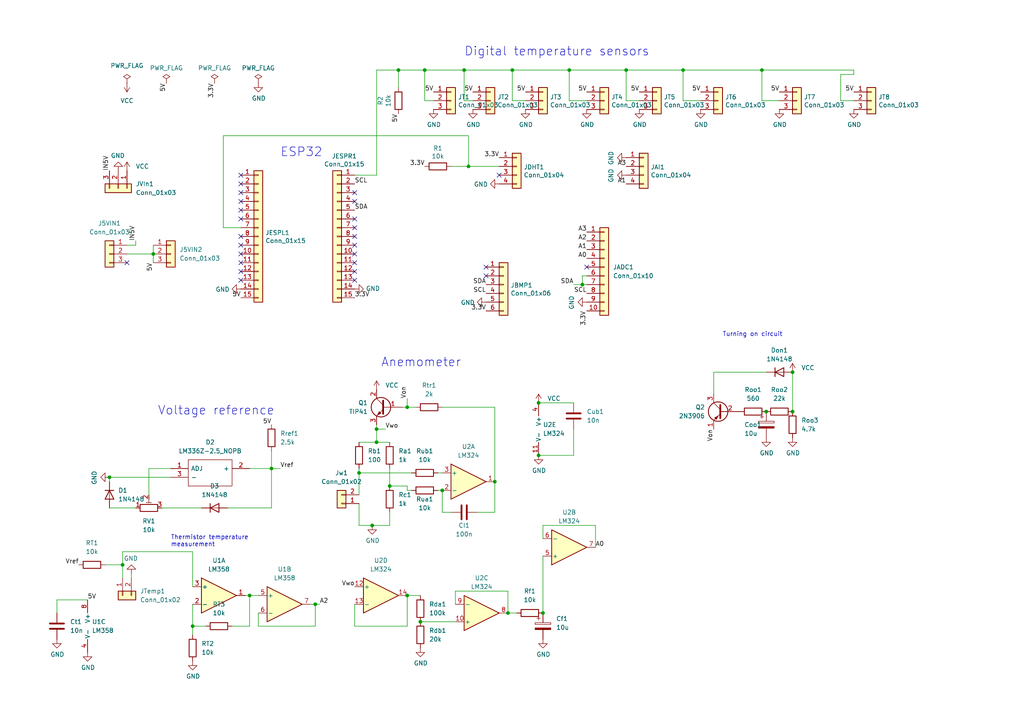
<source format=kicad_sch>
(kicad_sch (version 20211123) (generator eeschema)
  (paper "A4")
  (lib_symbols
    (symbol "Amplifier_Operational:LM324" (pin_names (offset 0.127))
      (property "Reference" "U" (at 0 5.08 0))
      (property "Value" "LM324" (at 0 -5.08 0))
      (symbol "LM324_1_1"
        (polyline (pts (xy -5.08 5.08) (xy 5.08 0) (xy -5.08 -5.08) (xy -5.08 5.08)) (stroke (width 0.254)) (fill (type background)))
        (pin output line (at 7.62 0 180) (length 2.54) (name "~") (number "1"))
        (pin input line (at -7.62 -2.54 0) (length 2.54) (name "-") (number "2"))
        (pin input line (at -7.62 2.54 0) (length 2.54) (name "+") (number "3"))
      )
      (symbol "LM324_2_1"
        (polyline (pts (xy -5.08 5.08) (xy 5.08 0) (xy -5.08 -5.08) (xy -5.08 5.08)) (stroke (width 0.254)) (fill (type background)))
        (pin input line (at -7.62 2.54 0) (length 2.54) (name "+") (number "5"))
        (pin input line (at -7.62 -2.54 0) (length 2.54) (name "-") (number "6"))
        (pin output line (at 7.62 0 180) (length 2.54) (name "~") (number "7"))
      )
      (symbol "LM324_3_1"
        (polyline (pts (xy -5.08 5.08) (xy 5.08 0) (xy -5.08 -5.08) (xy -5.08 5.08)) (stroke (width 0.254)) (fill (type background)))
        (pin input line (at -7.62 2.54 0) (length 2.54) (name "+") (number "10"))
        (pin output line (at 7.62 0 180) (length 2.54) (name "~") (number "8"))
        (pin input line (at -7.62 -2.54 0) (length 2.54) (name "-") (number "9"))
      )
      (symbol "LM324_4_1"
        (polyline (pts (xy -5.08 5.08) (xy 5.08 0) (xy -5.08 -5.08) (xy -5.08 5.08)) (stroke (width 0.254)) (fill (type background)))
        (pin input line (at -7.62 2.54 0) (length 2.54) (name "+") (number "12"))
        (pin input line (at -7.62 -2.54 0) (length 2.54) (name "-") (number "13"))
        (pin output line (at 7.62 0 180) (length 2.54) (name "~") (number "14"))
      )
      (symbol "LM324_5_1"
        (pin power_in line (at -2.54 -7.62 90) (length 3.81) (name "V-") (number "11"))
        (pin power_in line (at -2.54 7.62 270) (length 3.81) (name "V+") (number "4"))
      )
    )
    (symbol "Amplifier_Operational:LM358" (pin_names (offset 0.127))
      (property "Reference" "U" (at 0 5.08 0))
      (property "Value" "LM358" (at 0 -5.08 0))
      (symbol "LM358_1_1"
        (polyline (pts (xy -5.08 5.08) (xy 5.08 0) (xy -5.08 -5.08) (xy -5.08 5.08)) (stroke (width 0.254)) (fill (type background)))
        (pin output line (at 7.62 0 180) (length 2.54) (name "~") (number "1"))
        (pin input line (at -7.62 -2.54 0) (length 2.54) (name "-") (number "2"))
        (pin input line (at -7.62 2.54 0) (length 2.54) (name "+") (number "3"))
      )
      (symbol "LM358_2_1"
        (polyline (pts (xy -5.08 5.08) (xy 5.08 0) (xy -5.08 -5.08) (xy -5.08 5.08)) (stroke (width 0.254)) (fill (type background)))
        (pin input line (at -7.62 2.54 0) (length 2.54) (name "+") (number "5"))
        (pin input line (at -7.62 -2.54 0) (length 2.54) (name "-") (number "6"))
        (pin output line (at 7.62 0 180) (length 2.54) (name "~") (number "7"))
      )
      (symbol "LM358_3_1"
        (pin power_in line (at -2.54 -7.62 90) (length 3.81) (name "V-") (number "4"))
        (pin power_in line (at -2.54 7.62 270) (length 3.81) (name "V+") (number "8"))
      )
    )
    (symbol "Connector_Generic:Conn_01x02" (pin_names (offset 1.016) hide)
      (property "Reference" "J" (at 0 2.54 0))
      (property "Value" "Conn_01x02" (at 0 -5.08 0))
      (symbol "Conn_01x02_1_1"
        (rectangle (start -1.27 -2.413) (end 0 -2.667) (stroke (width 0.1524)))
        (rectangle (start -1.27 0.127) (end 0 -0.127) (stroke (width 0.1524)))
        (rectangle (start -1.27 1.27) (end 1.27 -3.81) (stroke (width 0.254)) (fill (type background)))
        (pin passive line (at -5.08 0 0) (length 3.81) (name "Pin_1") (number "1"))
        (pin passive line (at -5.08 -2.54 0) (length 3.81) (name "Pin_2") (number "2"))
      )
    )
    (symbol "Connector_Generic:Conn_01x03" (pin_names (offset 1.016) hide)
      (property "Reference" "J" (at 0 5.08 0))
      (property "Value" "Conn_01x03" (at 0 -5.08 0))
      (symbol "Conn_01x03_1_1"
        (rectangle (start -1.27 -2.413) (end 0 -2.667) (stroke (width 0.1524)))
        (rectangle (start -1.27 0.127) (end 0 -0.127) (stroke (width 0.1524)))
        (rectangle (start -1.27 2.667) (end 0 2.413) (stroke (width 0.1524)))
        (rectangle (start -1.27 3.81) (end 1.27 -3.81) (stroke (width 0.254)) (fill (type background)))
        (pin passive line (at -5.08 2.54 0) (length 3.81) (name "Pin_1") (number "1"))
        (pin passive line (at -5.08 0 0) (length 3.81) (name "Pin_2") (number "2"))
        (pin passive line (at -5.08 -2.54 0) (length 3.81) (name "Pin_3") (number "3"))
      )
    )
    (symbol "Connector_Generic:Conn_01x04" (pin_names (offset 1.016) hide)
      (property "Reference" "J" (at 0 5.08 0))
      (property "Value" "Conn_01x04" (at 0 -7.62 0))
      (symbol "Conn_01x04_1_1"
        (rectangle (start -1.27 -4.953) (end 0 -5.207) (stroke (width 0.1524)))
        (rectangle (start -1.27 -2.413) (end 0 -2.667) (stroke (width 0.1524)))
        (rectangle (start -1.27 0.127) (end 0 -0.127) (stroke (width 0.1524)))
        (rectangle (start -1.27 2.667) (end 0 2.413) (stroke (width 0.1524)))
        (rectangle (start -1.27 3.81) (end 1.27 -6.35) (stroke (width 0.254)) (fill (type background)))
        (pin passive line (at -5.08 2.54 0) (length 3.81) (name "Pin_1") (number "1"))
        (pin passive line (at -5.08 0 0) (length 3.81) (name "Pin_2") (number "2"))
        (pin passive line (at -5.08 -2.54 0) (length 3.81) (name "Pin_3") (number "3"))
        (pin passive line (at -5.08 -5.08 0) (length 3.81) (name "Pin_4") (number "4"))
      )
    )
    (symbol "Connector_Generic:Conn_01x06" (pin_names (offset 1.016) hide)
      (property "Reference" "J" (at 0 7.62 0))
      (property "Value" "Conn_01x06" (at 0 -10.16 0))
      (symbol "Conn_01x06_1_1"
        (rectangle (start -1.27 -7.493) (end 0 -7.747) (stroke (width 0.1524)))
        (rectangle (start -1.27 -4.953) (end 0 -5.207) (stroke (width 0.1524)))
        (rectangle (start -1.27 -2.413) (end 0 -2.667) (stroke (width 0.1524)))
        (rectangle (start -1.27 0.127) (end 0 -0.127) (stroke (width 0.1524)))
        (rectangle (start -1.27 2.667) (end 0 2.413) (stroke (width 0.1524)))
        (rectangle (start -1.27 5.207) (end 0 4.953) (stroke (width 0.1524)))
        (rectangle (start -1.27 6.35) (end 1.27 -8.89) (stroke (width 0.254)) (fill (type background)))
        (pin passive line (at -5.08 5.08 0) (length 3.81) (name "Pin_1") (number "1"))
        (pin passive line (at -5.08 2.54 0) (length 3.81) (name "Pin_2") (number "2"))
        (pin passive line (at -5.08 0 0) (length 3.81) (name "Pin_3") (number "3"))
        (pin passive line (at -5.08 -2.54 0) (length 3.81) (name "Pin_4") (number "4"))
        (pin passive line (at -5.08 -5.08 0) (length 3.81) (name "Pin_5") (number "5"))
        (pin passive line (at -5.08 -7.62 0) (length 3.81) (name "Pin_6") (number "6"))
      )
    )
    (symbol "Connector_Generic:Conn_01x10" (pin_names (offset 1.016) hide)
      (property "Reference" "J" (at 0 12.7 0))
      (property "Value" "Conn_01x10" (at 0 -15.24 0))
      (symbol "Conn_01x10_1_1"
        (rectangle (start -1.27 -12.573) (end 0 -12.827) (stroke (width 0.1524)))
        (rectangle (start -1.27 -10.033) (end 0 -10.287) (stroke (width 0.1524)))
        (rectangle (start -1.27 -7.493) (end 0 -7.747) (stroke (width 0.1524)))
        (rectangle (start -1.27 -4.953) (end 0 -5.207) (stroke (width 0.1524)))
        (rectangle (start -1.27 -2.413) (end 0 -2.667) (stroke (width 0.1524)))
        (rectangle (start -1.27 0.127) (end 0 -0.127) (stroke (width 0.1524)))
        (rectangle (start -1.27 2.667) (end 0 2.413) (stroke (width 0.1524)))
        (rectangle (start -1.27 5.207) (end 0 4.953) (stroke (width 0.1524)))
        (rectangle (start -1.27 7.747) (end 0 7.493) (stroke (width 0.1524)))
        (rectangle (start -1.27 10.287) (end 0 10.033) (stroke (width 0.1524)))
        (rectangle (start -1.27 11.43) (end 1.27 -13.97) (stroke (width 0.254)) (fill (type background)))
        (pin passive line (at -5.08 10.16 0) (length 3.81) (name "Pin_1") (number "1"))
        (pin passive line (at -5.08 -12.7 0) (length 3.81) (name "Pin_10") (number "10"))
        (pin passive line (at -5.08 7.62 0) (length 3.81) (name "Pin_2") (number "2"))
        (pin passive line (at -5.08 5.08 0) (length 3.81) (name "Pin_3") (number "3"))
        (pin passive line (at -5.08 2.54 0) (length 3.81) (name "Pin_4") (number "4"))
        (pin passive line (at -5.08 0 0) (length 3.81) (name "Pin_5") (number "5"))
        (pin passive line (at -5.08 -2.54 0) (length 3.81) (name "Pin_6") (number "6"))
        (pin passive line (at -5.08 -5.08 0) (length 3.81) (name "Pin_7") (number "7"))
        (pin passive line (at -5.08 -7.62 0) (length 3.81) (name "Pin_8") (number "8"))
        (pin passive line (at -5.08 -10.16 0) (length 3.81) (name "Pin_9") (number "9"))
      )
    )
    (symbol "Connector_Generic:Conn_01x15" (pin_names (offset 1.016) hide)
      (property "Reference" "J" (at 0 20.32 0))
      (property "Value" "Conn_01x15" (at 0 -20.32 0))
      (symbol "Conn_01x15_1_1"
        (rectangle (start -1.27 -17.653) (end 0 -17.907) (stroke (width 0.1524)))
        (rectangle (start -1.27 -15.113) (end 0 -15.367) (stroke (width 0.1524)))
        (rectangle (start -1.27 -12.573) (end 0 -12.827) (stroke (width 0.1524)))
        (rectangle (start -1.27 -10.033) (end 0 -10.287) (stroke (width 0.1524)))
        (rectangle (start -1.27 -7.493) (end 0 -7.747) (stroke (width 0.1524)))
        (rectangle (start -1.27 -4.953) (end 0 -5.207) (stroke (width 0.1524)))
        (rectangle (start -1.27 -2.413) (end 0 -2.667) (stroke (width 0.1524)))
        (rectangle (start -1.27 0.127) (end 0 -0.127) (stroke (width 0.1524)))
        (rectangle (start -1.27 2.667) (end 0 2.413) (stroke (width 0.1524)))
        (rectangle (start -1.27 5.207) (end 0 4.953) (stroke (width 0.1524)))
        (rectangle (start -1.27 7.747) (end 0 7.493) (stroke (width 0.1524)))
        (rectangle (start -1.27 10.287) (end 0 10.033) (stroke (width 0.1524)))
        (rectangle (start -1.27 12.827) (end 0 12.573) (stroke (width 0.1524)))
        (rectangle (start -1.27 15.367) (end 0 15.113) (stroke (width 0.1524)))
        (rectangle (start -1.27 17.907) (end 0 17.653) (stroke (width 0.1524)))
        (rectangle (start -1.27 19.05) (end 1.27 -19.05) (stroke (width 0.254)) (fill (type background)))
        (pin passive line (at -5.08 17.78 0) (length 3.81) (name "Pin_1") (number "1"))
        (pin passive line (at -5.08 -5.08 0) (length 3.81) (name "Pin_10") (number "10"))
        (pin passive line (at -5.08 -7.62 0) (length 3.81) (name "Pin_11") (number "11"))
        (pin passive line (at -5.08 -10.16 0) (length 3.81) (name "Pin_12") (number "12"))
        (pin passive line (at -5.08 -12.7 0) (length 3.81) (name "Pin_13") (number "13"))
        (pin passive line (at -5.08 -15.24 0) (length 3.81) (name "Pin_14") (number "14"))
        (pin passive line (at -5.08 -17.78 0) (length 3.81) (name "Pin_15") (number "15"))
        (pin passive line (at -5.08 15.24 0) (length 3.81) (name "Pin_2") (number "2"))
        (pin passive line (at -5.08 12.7 0) (length 3.81) (name "Pin_3") (number "3"))
        (pin passive line (at -5.08 10.16 0) (length 3.81) (name "Pin_4") (number "4"))
        (pin passive line (at -5.08 7.62 0) (length 3.81) (name "Pin_5") (number "5"))
        (pin passive line (at -5.08 5.08 0) (length 3.81) (name "Pin_6") (number "6"))
        (pin passive line (at -5.08 2.54 0) (length 3.81) (name "Pin_7") (number "7"))
        (pin passive line (at -5.08 0 0) (length 3.81) (name "Pin_8") (number "8"))
        (pin passive line (at -5.08 -2.54 0) (length 3.81) (name "Pin_9") (number "9"))
      )
    )
    (symbol "Device:C" (pin_numbers hide) (pin_names (offset 0.254))
      (property "Reference" "C" (at 0.635 2.54 0))
      (property "Value" "C" (at 0.635 -2.54 0))
      (symbol "C_0_1"
        (polyline (pts (xy -2.032 -0.762) (xy 2.032 -0.762)) (stroke (width 0.508)))
        (polyline (pts (xy -2.032 0.762) (xy 2.032 0.762)) (stroke (width 0.508)))
      )
      (symbol "C_1_1"
        (pin passive line (at 0 3.81 270) (length 2.794) (name "~") (number "1"))
        (pin passive line (at 0 -3.81 90) (length 2.794) (name "~") (number "2"))
      )
    )
    (symbol "Device:C_Polarized" (pin_numbers hide) (pin_names (offset 0.254))
      (property "Reference" "C" (at 0.635 2.54 0))
      (property "Value" "C_Polarized" (at 0.635 -2.54 0))
      (symbol "C_Polarized_0_1"
        (rectangle (start -2.286 0.508) (end 2.286 1.016))
        (polyline (pts (xy -1.778 2.286) (xy -0.762 2.286)))
        (polyline (pts (xy -1.27 2.794) (xy -1.27 1.778)))
        (rectangle (start 2.286 -0.508) (end -2.286 -1.016) (fill (type outline)))
      )
      (symbol "C_Polarized_1_1"
        (pin passive line (at 0 3.81 270) (length 2.794) (name "~") (number "1"))
        (pin passive line (at 0 -3.81 90) (length 2.794) (name "~") (number "2"))
      )
    )
    (symbol "Device:R" (pin_numbers hide) (pin_names (offset 0))
      (property "Reference" "R" (at 2.032 0 90))
      (property "Value" "R" (at 0 0 90))
      (symbol "R_0_1"
        (rectangle (start -1.016 -2.54) (end 1.016 2.54) (stroke (width 0.254)))
      )
      (symbol "R_1_1"
        (pin passive line (at 0 3.81 270) (length 1.27) (name "~") (number "1"))
        (pin passive line (at 0 -3.81 90) (length 1.27) (name "~") (number "2"))
      )
    )
    (symbol "Device:R_Potentiometer_Trim" (pin_names (offset 1.016) hide)
      (property "Reference" "RV" (at -4.445 0 90))
      (property "Value" "R_Potentiometer_Trim" (at -2.54 0 90))
      (symbol "R_Potentiometer_Trim_0_1"
        (polyline (pts (xy 1.524 0.762) (xy 1.524 -0.762)))
        (polyline (pts (xy 2.54 0) (xy 1.524 0)))
        (rectangle (start 1.016 2.54) (end -1.016 -2.54) (stroke (width 0.254)))
      )
      (symbol "R_Potentiometer_Trim_1_1"
        (pin passive line (at 0 3.81 270) (length 1.27) (name "1") (number "1"))
        (pin passive line (at 3.81 0 180) (length 1.27) (name "2") (number "2"))
        (pin passive line (at 0 -3.81 90) (length 1.27) (name "3") (number "3"))
      )
    )
    (symbol "Diode:1N4148" (pin_numbers hide) (pin_names hide)
      (property "Reference" "D" (at 0 2.54 0))
      (property "Value" "1N4148" (at 0 -2.54 0))
      (symbol "1N4148_0_1"
        (polyline (pts (xy -1.27 1.27) (xy -1.27 -1.27)) (stroke (width 0.254)))
        (polyline (pts (xy 1.27 0) (xy -1.27 0)))
        (polyline (pts (xy 1.27 1.27) (xy 1.27 -1.27) (xy -1.27 0) (xy 1.27 1.27)) (stroke (width 0.254)))
      )
      (symbol "1N4148_1_1"
        (pin passive line (at -3.81 0 0) (length 2.54) (name "K") (number "1"))
        (pin passive line (at 3.81 0 180) (length 2.54) (name "A") (number "2"))
      )
    )
    (symbol "LM336Z-2.5_NOPB:LM336Z-2.5_NOPB" (pin_names (offset 0.762))
      (property "Reference" "D" (at 19.05 7.62 0))
      (property "Value" "LM336Z-2.5_NOPB" (at 19.05 5.08 0))
      (symbol "LM336Z-2.5_NOPB_0_0"
        (pin passive line (at 0 0 0) (length 5.08) (name "ADJ") (number "1"))
        (pin passive line (at 22.86 0 180) (length 5.08) (name "+") (number "2"))
        (pin passive line (at 0 -2.54 0) (length 5.08) (name "-") (number "3"))
      )
      (symbol "LM336Z-2.5_NOPB_0_1"
        (polyline (pts (xy 5.08 2.54) (xy 17.78 2.54) (xy 17.78 -5.08) (xy 5.08 -5.08) (xy 5.08 2.54)) (stroke (width 0.1524)))
      )
    )
    (symbol "Transistor_BJT:2N3906" (pin_names (offset 0) hide)
      (property "Reference" "Q" (at 5.08 1.905 0))
      (property "Value" "2N3906" (at 5.08 0 0))
      (symbol "2N3906_0_1"
        (polyline (pts (xy 0.635 0.635) (xy 2.54 2.54)))
        (polyline (pts (xy 0.635 -0.635) (xy 2.54 -2.54) (xy 2.54 -2.54)))
        (polyline (pts (xy 0.635 1.905) (xy 0.635 -1.905) (xy 0.635 -1.905)) (stroke (width 0.508)))
        (polyline (pts (xy 2.286 -1.778) (xy 1.778 -2.286) (xy 1.27 -1.27) (xy 2.286 -1.778) (xy 2.286 -1.778)) (fill (type outline)))
        (circle (center 1.27 0) (radius 2.8194) (stroke (width 0.254)))
      )
      (symbol "2N3906_1_1"
        (pin passive line (at 2.54 -5.08 90) (length 2.54) (name "E") (number "1"))
        (pin input line (at -5.08 0 0) (length 5.715) (name "B") (number "2"))
        (pin passive line (at 2.54 5.08 270) (length 2.54) (name "C") (number "3"))
      )
    )
    (symbol "Transistor_BJT:TIP41" (pin_names (offset 0) hide)
      (property "Reference" "Q" (at 6.35 1.905 0))
      (property "Value" "TIP41" (at 6.35 0 0))
      (symbol "TIP41_0_1"
        (polyline (pts (xy 0.635 0.635) (xy 2.54 2.54)))
        (polyline (pts (xy 0.635 -0.635) (xy 2.54 -2.54) (xy 2.54 -2.54)))
        (polyline (pts (xy 0.635 1.905) (xy 0.635 -1.905) (xy 0.635 -1.905)) (stroke (width 0.508)))
        (polyline (pts (xy 1.27 -1.778) (xy 1.778 -1.27) (xy 2.286 -2.286) (xy 1.27 -1.778) (xy 1.27 -1.778)) (fill (type outline)))
        (circle (center 1.27 0) (radius 2.8194) (stroke (width 0.254)))
      )
      (symbol "TIP41_1_1"
        (pin input line (at -5.08 0 0) (length 5.715) (name "B") (number "1"))
        (pin passive line (at 2.54 5.08 270) (length 2.54) (name "C") (number "2"))
        (pin passive line (at 2.54 -5.08 90) (length 2.54) (name "E") (number "3"))
      )
    )
    (symbol "power:GND" (power) (pin_names (offset 0))
      (property "Value" "GND" (at 0 -3.81 0))
      (symbol "GND_0_1"
        (polyline (pts (xy 0 0) (xy 0 -1.27) (xy 1.27 -1.27) (xy 0 -2.54) (xy -1.27 -1.27) (xy 0 -1.27)))
      )
      (symbol "GND_1_1"
        (pin power_in line (at 0 0 270) (length 0) hide (name "GND") (number "1"))
      )
    )
    (symbol "power:PWR_FLAG" (power) (pin_numbers hide) (pin_names (offset 0) hide)
      (property "Value" "PWR_FLAG" (at 0 3.81 0))
      (symbol "PWR_FLAG_0_0"
        (pin power_out line (at 0 0 90) (length 0) (name "pwr") (number "1"))
      )
      (symbol "PWR_FLAG_0_1"
        (polyline (pts (xy 0 0) (xy 0 1.27) (xy -1.016 1.905) (xy 0 2.54) (xy 1.016 1.905) (xy 0 1.27)))
      )
    )
    (symbol "power:VCC" (power) (pin_names (offset 0))
      (property "Value" "VCC" (at 0 3.81 0))
      (symbol "VCC_0_1"
        (polyline (pts (xy -0.762 1.27) (xy 0 2.54)))
        (polyline (pts (xy 0 0) (xy 0 2.54)))
        (polyline (pts (xy 0 2.54) (xy 0.762 1.27)))
      )
      (symbol "VCC_1_1"
        (pin power_in line (at 0 0 90) (length 0) hide (name "VCC") (number "1"))
      )
    )
  )
  (junction (at 118.11 118.11))
  (junction (at 168.91 82.55))
  (junction (at 156.21 132.08))
  (junction (at 222.25 119.38))
  (junction (at 147.32 177.8))
  (junction (at 55.88 181.61))
  (junction (at 118.11 172.72))
  (junction (at 78.74 135.89))
  (junction (at 220.98 20.32))
  (junction (at 181.61 20.32))
  (junction (at 31.75 138.43))
  (junction (at 35.56 163.83))
  (junction (at 109.22 124.46))
  (junction (at 44.45 73.66))
  (junction (at 135.89 48.26))
  (junction (at 128.27 142.24))
  (junction (at 109.22 128.27))
  (junction (at 123.19 20.32))
  (junction (at 104.14 137.16))
  (junction (at 113.03 140.97))
  (junction (at 107.95 152.4))
  (junction (at 91.44 175.26))
  (junction (at 134.62 20.32))
  (junction (at 229.87 119.38))
  (junction (at 165.1 20.32))
  (junction (at 156.21 116.84))
  (junction (at 198.12 20.32))
  (junction (at 72.39 172.72))
  (junction (at 148.59 20.32))
  (junction (at 121.92 180.34))
  (junction (at 157.48 177.8))
  (junction (at 115.57 20.32))
  (junction (at 229.87 107.95))
  (junction (at 143.51 139.7))
  (no_connect (at 69.85 53.34))
  (no_connect (at 69.85 63.5))
  (no_connect (at 69.85 73.66))
  (no_connect (at 102.87 55.88))
  (no_connect (at 36.83 76.2))
  (no_connect (at 140.97 77.47))
  (no_connect (at 102.87 78.74))
  (no_connect (at 69.85 81.28))
  (no_connect (at 69.85 71.12))
  (no_connect (at 102.87 76.2))
  (no_connect (at 102.87 68.58))
  (no_connect (at 140.97 80.01))
  (no_connect (at 69.85 76.2))
  (no_connect (at 69.85 55.88))
  (no_connect (at 69.85 60.96))
  (no_connect (at 69.85 58.42))
  (no_connect (at 102.87 58.42))
  (no_connect (at 102.87 81.28))
  (no_connect (at 102.87 63.5))
  (no_connect (at 69.85 50.8))
  (no_connect (at 102.87 71.12))
  (no_connect (at 69.85 68.58))
  (no_connect (at 170.18 77.47))
  (no_connect (at 102.87 66.04))
  (no_connect (at 69.85 78.74))
  (no_connect (at 102.87 73.66))
  (no_connect (at 144.78 50.8))
  (wire (pts (xy 118.11 115.57) (xy 118.11 118.11)))
  (wire (pts (xy 143.51 148.59) (xy 143.51 139.7)))
  (wire (pts (xy 128.27 148.59) (xy 128.27 142.24)))
  (wire (pts (xy 121.92 180.34) (xy 132.08 180.34)))
  (wire (pts (xy 118.11 118.11) (xy 120.65 118.11)))
  (wire (pts (xy 115.57 20.32) (xy 123.19 20.32)))
  (wire (pts (xy 130.81 148.59) (xy 128.27 148.59)))
  (wire (pts (xy 148.59 29.21) (xy 148.59 20.32)))
  (wire (pts (xy 168.91 82.55) (xy 170.18 82.55)))
  (wire (pts (xy 109.22 124.46) (xy 111.76 124.46)))
  (wire (pts (xy 229.87 107.95) (xy 229.87 119.38)))
  (wire (pts (xy 55.88 160.02) (xy 55.88 170.18)))
  (wire (pts (xy 78.74 135.89) (xy 78.74 147.32)))
  (wire (pts (xy 118.11 140.97) (xy 113.03 140.97)))
  (wire (pts (xy 74.93 181.61) (xy 91.44 181.61)))
  (wire (pts (xy 125.73 29.21) (xy 123.19 29.21)))
  (wire (pts (xy 113.03 152.4) (xy 113.03 148.59)))
  (wire (pts (xy 55.88 181.61) (xy 55.88 184.15)))
  (wire (pts (xy 243.84 29.21) (xy 243.84 21.59)))
  (wire (pts (xy 170.18 29.21) (xy 165.1 29.21)))
  (wire (pts (xy 31.75 139.7) (xy 31.75 138.43)))
  (wire (pts (xy 135.89 39.37) (xy 64.77 39.37)))
  (wire (pts (xy 39.37 71.12) (xy 39.37 69.85)))
  (wire (pts (xy 185.42 29.21) (xy 181.61 29.21)))
  (wire (pts (xy 102.87 181.61) (xy 118.11 181.61)))
  (wire (pts (xy 30.48 163.83) (xy 35.56 163.83)))
  (wire (pts (xy 172.72 152.4) (xy 172.72 158.75)))
  (wire (pts (xy 152.4 29.21) (xy 148.59 29.21)))
  (wire (pts (xy 64.77 66.04) (xy 69.85 66.04)))
  (wire (pts (xy 55.88 175.26) (xy 55.88 181.61)))
  (wire (pts (xy 109.22 124.46) (xy 109.22 128.27)))
  (wire (pts (xy 104.14 152.4) (xy 107.95 152.4)))
  (wire (pts (xy 104.14 128.27) (xy 109.22 128.27)))
  (wire (pts (xy 38.1 166.37) (xy 38.1 167.64)))
  (wire (pts (xy 43.18 143.51) (xy 43.18 135.89)))
  (wire (pts (xy 46.99 147.32) (xy 58.42 147.32)))
  (wire (pts (xy 91.44 175.26) (xy 92.71 175.26)))
  (wire (pts (xy 168.91 80.01) (xy 168.91 82.55)))
  (wire (pts (xy 104.14 146.05) (xy 104.14 152.4)))
  (wire (pts (xy 31.75 147.32) (xy 39.37 147.32)))
  (wire (pts (xy 36.83 73.66) (xy 44.45 73.66)))
  (wire (pts (xy 165.1 29.21) (xy 165.1 20.32)))
  (wire (pts (xy 109.22 128.27) (xy 113.03 128.27)))
  (wire (pts (xy 44.45 71.12) (xy 44.45 73.66)))
  (wire (pts (xy 67.31 181.61) (xy 72.39 181.61)))
  (wire (pts (xy 143.51 139.7) (xy 143.51 118.11)))
  (wire (pts (xy 115.57 20.32) (xy 115.57 25.4)))
  (wire (pts (xy 181.61 20.32) (xy 198.12 20.32)))
  (wire (pts (xy 137.16 29.21) (xy 134.62 29.21)))
  (wire (pts (xy 113.03 135.89) (xy 113.03 140.97)))
  (wire (pts (xy 148.59 20.32) (xy 165.1 20.32)))
  (wire (pts (xy 118.11 172.72) (xy 121.92 172.72)))
  (wire (pts (xy 78.74 135.89) (xy 81.28 135.89)))
  (wire (pts (xy 207.01 107.95) (xy 222.25 107.95)))
  (wire (pts (xy 64.77 39.37) (xy 64.77 66.04)))
  (wire (pts (xy 35.56 163.83) (xy 35.56 160.02)))
  (wire (pts (xy 91.44 181.61) (xy 91.44 175.26)))
  (wire (pts (xy 170.18 80.01) (xy 168.91 80.01)))
  (wire (pts (xy 35.56 163.83) (xy 35.56 167.64)))
  (wire (pts (xy 118.11 142.24) (xy 118.11 140.97)))
  (wire (pts (xy 198.12 20.32) (xy 220.98 20.32)))
  (wire (pts (xy 119.38 142.24) (xy 118.11 142.24)))
  (wire (pts (xy 16.51 173.99) (xy 16.51 177.8)))
  (wire (pts (xy 147.32 177.8) (xy 149.86 177.8)))
  (wire (pts (xy 44.45 73.66) (xy 44.45 76.2)))
  (wire (pts (xy 135.89 48.26) (xy 135.89 39.37)))
  (wire (pts (xy 102.87 175.26) (xy 102.87 181.61)))
  (wire (pts (xy 134.62 20.32) (xy 148.59 20.32)))
  (wire (pts (xy 123.19 29.21) (xy 123.19 20.32)))
  (wire (pts (xy 72.39 172.72) (xy 74.93 172.72)))
  (wire (pts (xy 104.14 135.89) (xy 104.14 137.16)))
  (wire (pts (xy 165.1 20.32) (xy 181.61 20.32)))
  (wire (pts (xy 104.14 137.16) (xy 104.14 143.51)))
  (wire (pts (xy 90.17 175.26) (xy 91.44 175.26)))
  (wire (pts (xy 74.93 177.8) (xy 74.93 181.61)))
  (wire (pts (xy 247.65 21.59) (xy 247.65 20.32)))
  (wire (pts (xy 78.74 147.32) (xy 66.04 147.32)))
  (wire (pts (xy 247.65 29.21) (xy 243.84 29.21)))
  (wire (pts (xy 31.75 138.43) (xy 49.53 138.43)))
  (wire (pts (xy 157.48 156.21) (xy 157.48 152.4)))
  (wire (pts (xy 135.89 48.26) (xy 144.78 48.26)))
  (wire (pts (xy 134.62 29.21) (xy 134.62 20.32)))
  (wire (pts (xy 72.39 181.61) (xy 72.39 172.72)))
  (wire (pts (xy 109.22 50.8) (xy 102.87 50.8)))
  (wire (pts (xy 220.98 20.32) (xy 247.65 20.32)))
  (wire (pts (xy 157.48 152.4) (xy 172.72 152.4)))
  (wire (pts (xy 156.21 116.84) (xy 166.37 116.84)))
  (wire (pts (xy 147.32 171.45) (xy 147.32 177.8)))
  (wire (pts (xy 226.06 29.21) (xy 220.98 29.21)))
  (wire (pts (xy 109.22 20.32) (xy 109.22 50.8)))
  (wire (pts (xy 157.48 161.29) (xy 157.48 177.8)))
  (wire (pts (xy 130.81 48.26) (xy 135.89 48.26)))
  (wire (pts (xy 71.12 172.72) (xy 72.39 172.72)))
  (wire (pts (xy 123.19 20.32) (xy 134.62 20.32)))
  (wire (pts (xy 207.01 114.3) (xy 207.01 107.95)))
  (wire (pts (xy 127 137.16) (xy 128.27 137.16)))
  (wire (pts (xy 55.88 181.61) (xy 59.69 181.61)))
  (wire (pts (xy 138.43 148.59) (xy 143.51 148.59)))
  (wire (pts (xy 166.37 124.46) (xy 166.37 132.08)))
  (wire (pts (xy 36.83 71.12) (xy 39.37 71.12)))
  (wire (pts (xy 35.56 160.02) (xy 55.88 160.02)))
  (wire (pts (xy 107.95 152.4) (xy 113.03 152.4)))
  (wire (pts (xy 116.84 118.11) (xy 118.11 118.11)))
  (wire (pts (xy 16.51 173.99) (xy 25.4 173.99)))
  (wire (pts (xy 132.08 175.26) (xy 132.08 171.45)))
  (wire (pts (xy 220.98 29.21) (xy 220.98 20.32)))
  (wire (pts (xy 132.08 171.45) (xy 147.32 171.45)))
  (wire (pts (xy 109.22 20.32) (xy 115.57 20.32)))
  (wire (pts (xy 43.18 135.89) (xy 49.53 135.89)))
  (wire (pts (xy 118.11 181.61) (xy 118.11 172.72)))
  (wire (pts (xy 166.37 82.55) (xy 168.91 82.55)))
  (wire (pts (xy 181.61 29.21) (xy 181.61 20.32)))
  (wire (pts (xy 143.51 118.11) (xy 128.27 118.11)))
  (wire (pts (xy 72.39 135.89) (xy 78.74 135.89)))
  (wire (pts (xy 166.37 132.08) (xy 156.21 132.08)))
  (wire (pts (xy 127 142.24) (xy 128.27 142.24)))
  (wire (pts (xy 203.2 29.21) (xy 198.12 29.21)))
  (wire (pts (xy 104.14 137.16) (xy 119.38 137.16)))
  (wire (pts (xy 78.74 135.89) (xy 78.74 130.81)))
  (wire (pts (xy 243.84 21.59) (xy 247.65 21.59)))
  (wire (pts (xy 198.12 29.21) (xy 198.12 20.32)))
  (wire (pts (xy 109.22 123.19) (xy 109.22 124.46)))
  (text "ESP32" (at 81.28 45.72 0) (effects (font (size 2.54 2.54)) (justify left bottom)))
  (text "Thermistor temperature \nmeasurement" (at 49.53 158.75 0) (effects (font (size 1.27 1.27)) (justify left bottom)))
  (text "Digital temperature sensors" (at 134.62 16.51 0) (effects (font (size 2.54 2.54)) (justify left bottom)))
  (text "Turning on circuit\n" (at 209.55 97.79 0) (effects (font (size 1.27 1.27)) (justify left bottom)))
  (text "Anemometer" (at 110.49 106.68 0) (effects (font (size 2.54 2.54)) (justify left bottom)))
  (text "Voltage reference" (at 45.72 120.65 0) (effects (font (size 2.54 2.54)) (justify left bottom)))
  (label "5V" (at 125.73 26.67 180))
  (label "A1" (at 181.61 53.34 180))
  (label "5V" (at 170.18 26.67 180))
  (label "5V" (at 247.65 26.67 180))
  (label "Vref" (at 22.86 163.83 180))
  (label "3.3V" (at 62.23 24.13 270))
  (label "5V" (at 152.4 26.67 180))
  (label "A0" (at 172.72 158.75 0))
  (label "3.3V" (at 144.78 45.72 180))
  (label "3.3V" (at 170.18 90.17 270))
  (label "A0" (at 170.18 74.93 180))
  (label "5V" (at 69.85 86.36 180))
  (label "Von" (at 207.01 124.46 270))
  (label "Vwo" (at 111.76 124.46 0))
  (label "SDA" (at 102.87 60.96 0))
  (label "IN5V" (at 39.37 69.85 90))
  (label "SCL" (at 140.97 85.09 180))
  (label "IN5V" (at 31.75 49.53 90))
  (label "5V" (at 78.74 123.19 180))
  (label "Von" (at 118.11 115.57 90))
  (label "A3" (at 170.18 67.31 180))
  (label "A2" (at 170.18 69.85 180))
  (label "SDA" (at 140.97 82.55 180))
  (label "5V" (at 137.16 26.67 180))
  (label "5V" (at 25.4 173.99 0))
  (label "Vref" (at 81.28 135.89 0))
  (label "5V" (at 185.42 26.67 180))
  (label "A1" (at 170.18 72.39 180))
  (label "5V" (at 115.57 33.02 270))
  (label "5V" (at 44.45 76.2 270))
  (label "3.3V" (at 140.97 90.17 180))
  (label "Vwo" (at 102.87 170.18 180))
  (label "3.3V" (at 102.87 86.36 0))
  (label "5V" (at 48.26 24.13 270))
  (label "SCL" (at 170.18 85.09 180))
  (label "SDA" (at 166.37 82.55 180))
  (label "A3" (at 181.61 48.26 180))
  (label "5V" (at 203.2 26.67 180))
  (label "3.3V" (at 123.19 48.26 180))
  (label "A2" (at 92.71 175.26 0))
  (label "SCL" (at 102.87 53.34 0))
  (label "5V" (at 226.06 26.67 180))
  (symbol (lib_id "Connector_Generic:Conn_01x15") (at 74.93 68.58 0) (unit 1)
    (property "Reference" "JESPL1" (at 76.962 67.5132 0) (effects (justify left)))
    (property "Value" "Conn_01x15" (at 76.962 69.8246 0) (effects (justify left)))
    (property "Footprint" "Connector_PinSocket_2.54mm:PinSocket_1x15_P2.54mm_Vertical" (effects hide))
  )
  (symbol (lib_id "Connector_Generic:Conn_01x15") (at 97.79 68.58 0) (mirror y) (unit 1)
    (property "Reference" "JESPR1" (at 99.8728 45.2882 0))
    (property "Value" "Conn_01x15" (at 99.8728 47.5996 0))
    (property "Footprint" "Connector_PinSocket_2.54mm:PinSocket_1x15_P2.54mm_Vertical" (effects hide))
  )
  (symbol (lib_id "Connector_Generic:Conn_01x04") (at 149.86 48.26 0) (unit 1)
    (property "Reference" "JDHT1" (at 151.892 48.4632 0) (effects (justify left)))
    (property "Value" "Conn_01x04" (at 151.892 50.7746 0) (effects (justify left)))
    (property "Footprint" "Connector_PinSocket_2.54mm:PinSocket_1x04_P2.54mm_Vertical" (effects hide))
  )
  (symbol (lib_id "Connector_Generic:Conn_01x06") (at 146.05 82.55 0) (unit 1)
    (property "Reference" "JBMP1" (at 148.082 82.7532 0) (effects (justify left)))
    (property "Value" "Conn_01x06" (at 148.082 85.0646 0) (effects (justify left)))
    (property "Footprint" "Connector_PinSocket_2.54mm:PinSocket_1x06_P2.54mm_Vertical" (effects hide))
  )
  (symbol (lib_id "Connector_Generic:Conn_01x03") (at 130.81 29.21 0) (unit 1)
    (property "Reference" "JT1" (at 132.842 28.1432 0) (effects (justify left)))
    (property "Value" "Conn_01x03" (at 132.842 30.4546 0) (effects (justify left)))
    (property "Footprint" "Connector_PinHeader_2.54mm:PinHeader_1x03_P2.54mm_Vertical" (effects hide))
  )
  (symbol (lib_id "Connector_Generic:Conn_01x03") (at 142.24 29.21 0) (unit 1)
    (property "Reference" "JT2" (at 144.272 28.1432 0) (effects (justify left)))
    (property "Value" "Conn_01x03" (at 144.272 30.4546 0) (effects (justify left)))
    (property "Footprint" "Connector_PinHeader_2.54mm:PinHeader_1x03_P2.54mm_Vertical" (effects hide))
  )
  (symbol (lib_id "Connector_Generic:Conn_01x03") (at 157.48 29.21 0) (unit 1)
    (property "Reference" "JT3" (at 159.512 28.1432 0) (effects (justify left)))
    (property "Value" "Conn_01x03" (at 159.512 30.4546 0) (effects (justify left)))
    (property "Footprint" "Connector_PinHeader_2.54mm:PinHeader_1x03_P2.54mm_Vertical" (effects hide))
  )
  (symbol (lib_id "Connector_Generic:Conn_01x03") (at 175.26 29.21 0) (unit 1)
    (property "Reference" "JT4" (at 177.292 28.1432 0) (effects (justify left)))
    (property "Value" "Conn_01x03" (at 177.292 30.4546 0) (effects (justify left)))
    (property "Footprint" "Connector_PinHeader_2.54mm:PinHeader_1x03_P2.54mm_Vertical" (effects hide))
  )
  (symbol (lib_id "Connector_Generic:Conn_01x03") (at 190.5 29.21 0) (unit 1)
    (property "Reference" "JT5" (at 192.532 28.1432 0) (effects (justify left)))
    (property "Value" "Conn_01x03" (at 192.532 30.4546 0) (effects (justify left)))
    (property "Footprint" "Connector_PinHeader_2.54mm:PinHeader_1x03_P2.54mm_Vertical" (effects hide))
  )
  (symbol (lib_id "Connector_Generic:Conn_01x03") (at 208.28 29.21 0) (unit 1)
    (property "Reference" "JT6" (at 210.312 28.1432 0) (effects (justify left)))
    (property "Value" "Conn_01x03" (at 210.312 30.4546 0) (effects (justify left)))
    (property "Footprint" "Connector_PinHeader_2.54mm:PinHeader_1x03_P2.54mm_Vertical" (effects hide))
  )
  (symbol (lib_id "power:PWR_FLAG") (at 48.26 24.13 0) (unit 1)
    (property "Reference" "#FLG0101" (effects hide))
    (property "Value" "PWR_FLAG" (at 48.26 19.7358 0))
  )
  (symbol (lib_id "power:PWR_FLAG") (at 62.23 24.13 0) (unit 1)
    (property "Reference" "#FLG0102" (effects hide))
    (property "Value" "PWR_FLAG" (at 62.23 19.7358 0))
  )
  (symbol (lib_id "power:GND") (at 74.93 24.13 0) (unit 1)
    (property "Reference" "#PWR0101" (effects hide))
    (property "Value" "GND" (at 75.057 28.5242 0))
  )
  (symbol (lib_id "power:PWR_FLAG") (at 74.93 24.13 0) (unit 1)
    (property "Reference" "#FLG0103" (effects hide))
    (property "Value" "PWR_FLAG" (at 74.93 19.7358 0))
  )
  (symbol (lib_id "power:GND") (at 69.85 83.82 270) (unit 1)
    (property "Reference" "#PWR0102" (effects hide))
    (property "Value" "GND" (at 66.5988 83.947 90) (effects (justify right)))
  )
  (symbol (lib_id "power:GND") (at 102.87 83.82 90) (unit 1)
    (property "Reference" "#PWR0103" (effects hide))
    (property "Value" "GND" (at 106.1212 83.693 90) (effects (justify right)))
  )
  (symbol (lib_id "power:GND") (at 140.97 87.63 270) (unit 1)
    (property "Reference" "#PWR0104" (effects hide))
    (property "Value" "GND" (at 137.7188 87.757 90) (effects (justify right)))
  )
  (symbol (lib_id "power:GND") (at 144.78 53.34 270) (unit 1)
    (property "Reference" "#PWR0105" (effects hide))
    (property "Value" "GND" (at 141.5288 53.467 90) (effects (justify right)))
  )
  (symbol (lib_id "Device:R") (at 127 48.26 270) (unit 1)
    (property "Reference" "R1" (at 127 43.0022 90))
    (property "Value" "10k" (at 127 45.3136 90))
    (property "Footprint" "Resistor_THT:R_Axial_DIN0207_L6.3mm_D2.5mm_P10.16mm_Horizontal" (effects hide))
  )
  (symbol (lib_id "power:GND") (at 125.73 31.75 0) (unit 1)
    (property "Reference" "#PWR0106" (effects hide))
    (property "Value" "GND" (at 125.857 36.1442 0))
  )
  (symbol (lib_id "power:GND") (at 137.16 31.75 0) (unit 1)
    (property "Reference" "#PWR0107" (effects hide))
    (property "Value" "GND" (at 137.287 36.1442 0))
  )
  (symbol (lib_id "power:GND") (at 152.4 31.75 0) (unit 1)
    (property "Reference" "#PWR0108" (effects hide))
    (property "Value" "GND" (at 152.527 36.1442 0))
  )
  (symbol (lib_id "power:GND") (at 170.18 31.75 0) (unit 1)
    (property "Reference" "#PWR0109" (effects hide))
    (property "Value" "GND" (at 170.307 36.1442 0))
  )
  (symbol (lib_id "power:GND") (at 185.42 31.75 0) (unit 1)
    (property "Reference" "#PWR0110" (effects hide))
    (property "Value" "GND" (at 185.547 36.1442 0))
  )
  (symbol (lib_id "power:GND") (at 203.2 31.75 0) (unit 1)
    (property "Reference" "#PWR0111" (effects hide))
    (property "Value" "GND" (at 203.327 36.1442 0))
  )
  (symbol (lib_id "Device:R") (at 115.57 29.21 0) (unit 1)
    (property "Reference" "R2" (at 110.3122 29.21 90))
    (property "Value" "10k" (at 112.6236 29.21 90))
    (property "Footprint" "Resistor_THT:R_Axial_DIN0207_L6.3mm_D2.5mm_P10.16mm_Horizontal" (effects hide))
  )
  (symbol (lib_id "power:GND") (at 181.61 50.8 270) (unit 1)
    (property "Reference" "#PWR0131" (effects hide))
    (property "Value" "GND" (at 177.2158 50.927 0))
  )
  (symbol (lib_id "Connector_Generic:Conn_01x03") (at 231.14 29.21 0) (unit 1)
    (property "Reference" "JT7" (at 233.172 28.1432 0) (effects (justify left)))
    (property "Value" "Conn_01x03" (at 233.172 30.4546 0) (effects (justify left)))
    (property "Footprint" "Connector_PinHeader_2.54mm:PinHeader_1x03_P2.54mm_Vertical" (effects hide))
  )
  (symbol (lib_id "Transistor_BJT:2N3906") (at 209.55 119.38 0) (mirror y) (unit 1)
    (property "Reference" "Q2" (at 204.47 118.1099 0) (effects (justify left)))
    (property "Value" "2N3906" (at 204.47 120.6499 0) (effects (justify left)))
    (property "Footprint" "Package_TO_SOT_THT:TO-92_Inline_Wide" (effects hide))
    (property "Datasheet" "https://www.onsemi.com/pub/Collateral/2N3906-D.PDF" (effects hide))
  )
  (symbol (lib_id "power:VCC") (at 36.83 24.13 180) (unit 1)
    (property "Reference" "#PWR0117" (effects hide))
    (property "Value" "VCC" (at 36.83 29.21 0))
  )
  (symbol (lib_id "power:VCC") (at 156.21 116.84 0) (unit 1)
    (property "Reference" "#PWR0128" (effects hide))
    (property "Value" "VCC" (at 158.75 115.5699 0) (effects (justify left)))
  )
  (symbol (lib_id "Device:C") (at 166.37 120.65 0) (unit 1)
    (property "Reference" "Cub1" (at 170.18 119.3799 0) (effects (justify left)))
    (property "Value" "10n" (at 170.18 121.9199 0) (effects (justify left)))
    (property "Footprint" "Capacitor_THT:C_Disc_D5.0mm_W2.5mm_P2.50mm" (effects hide))
  )
  (symbol (lib_id "power:GND") (at 55.88 191.77 0) (unit 1)
    (property "Reference" "#PWR0113" (effects hide))
    (property "Value" "GND" (at 56.007 196.1642 0))
  )
  (symbol (lib_id "Device:R") (at 26.67 163.83 90) (unit 1)
    (property "Reference" "RT1" (at 26.67 157.48 90))
    (property "Value" "10k" (at 26.67 160.02 90))
    (property "Footprint" "Resistor_THT:R_Axial_DIN0207_L6.3mm_D2.5mm_P10.16mm_Horizontal" (effects hide))
  )
  (symbol (lib_id "power:GND") (at 156.21 132.08 0) (unit 1)
    (property "Reference" "#PWR0124" (effects hide))
    (property "Value" "GND" (at 156.337 136.4742 0))
  )
  (symbol (lib_id "Device:R") (at 113.03 132.08 180) (unit 1)
    (property "Reference" "Ra1" (at 115.57 130.8099 0) (effects (justify right)))
    (property "Value" "1k" (at 115.57 133.3499 0) (effects (justify right)))
    (property "Footprint" "Resistor_THT:R_Axial_DIN0207_L6.3mm_D2.5mm_P10.16mm_Horizontal" (effects hide))
  )
  (symbol (lib_id "Amplifier_Operational:LM358") (at 63.5 172.72 0) (unit 1)
    (property "Reference" "U1" (at 63.5 162.56 0))
    (property "Value" "LM358" (at 63.5 165.1 0))
    (property "Footprint" "Package_DIP:DIP-8_W7.62mm_LongPads" (effects hide))
    (property "Datasheet" "http://www.ti.com/lit/ds/symlink/lm2904-n.pdf" (effects hide))
  )
  (symbol (lib_id "Transistor_BJT:TIP41") (at 111.76 118.11 0) (mirror y) (unit 1)
    (property "Reference" "Q1" (at 106.68 116.8399 0) (effects (justify left)))
    (property "Value" "TIP41" (at 106.68 119.3799 0) (effects (justify left)))
    (property "Footprint" "Package_TO_SOT_THT:TO-220-3_Horizontal_TabUp" (effects hide))
    (property "Datasheet" "https://www.centralsemi.com/get_document.php?cmp=1&mergetype=pd&mergepath=pd&pdf_id=tip41.PDF" (effects hide))
  )
  (symbol (lib_id "Amplifier_Operational:LM324") (at 110.49 172.72 0) (unit 4)
    (property "Reference" "U2" (at 110.49 162.56 0))
    (property "Value" "LM324" (at 110.49 165.1 0))
    (property "Footprint" "Package_DIP:DIP-14_W7.62mm_Socket_LongPads" (effects hide))
    (property "Datasheet" "http://www.ti.com/lit/ds/symlink/lm2902-n.pdf" (effects hide))
  )
  (symbol (lib_id "Device:R") (at 218.44 119.38 270) (unit 1)
    (property "Reference" "Roo1" (at 218.44 113.03 90))
    (property "Value" "560" (at 218.44 115.57 90))
    (property "Footprint" "Resistor_THT:R_Axial_DIN0207_L6.3mm_D2.5mm_P10.16mm_Horizontal" (effects hide))
  )
  (symbol (lib_id "Amplifier_Operational:LM324") (at 165.1 158.75 0) (mirror x) (unit 2)
    (property "Reference" "U2" (at 165.1 148.59 0))
    (property "Value" "LM324" (at 165.1 151.13 0))
    (property "Footprint" "Package_DIP:DIP-14_W7.62mm_Socket_LongPads" (effects hide))
    (property "Datasheet" "http://www.ti.com/lit/ds/symlink/lm2902-n.pdf" (effects hide))
  )
  (symbol (lib_id "Device:R") (at 104.14 132.08 180) (unit 1)
    (property "Reference" "Rb1" (at 106.68 130.8099 0) (effects (justify right)))
    (property "Value" "100" (at 106.68 133.3499 0) (effects (justify right)))
    (property "Footprint" "Resistor_THT:R_Axial_DIN0414_L11.9mm_D4.5mm_P15.24mm_Horizontal" (effects hide))
  )
  (symbol (lib_id "power:GND") (at 222.25 127 0) (unit 1)
    (property "Reference" "#PWR0127" (effects hide))
    (property "Value" "GND" (at 222.377 131.3942 0))
  )
  (symbol (lib_id "Diode:1N4148") (at 31.75 143.51 270) (unit 1)
    (property "Reference" "D1" (at 34.29 142.2399 90) (effects (justify left)))
    (property "Value" "1N4148" (at 34.29 144.7799 90) (effects (justify left)))
    (property "Footprint" "Diode_THT:D_DO-35_SOD27_P7.62mm_Horizontal" (effects hide))
    (property "Datasheet" "https://assets.nexperia.com/documents/data-sheet/1N4148_1N4448.pdf" (effects hide))
  )
  (symbol (lib_id "Amplifier_Operational:LM324") (at 158.75 124.46 0) (unit 5)
    (property "Reference" "U2" (at 157.48 123.1899 0) (effects (justify left)))
    (property "Value" "LM324" (at 157.48 125.7299 0) (effects (justify left)))
    (property "Footprint" "Package_DIP:DIP-14_W7.62mm_Socket_LongPads" (effects hide))
    (property "Datasheet" "http://www.ti.com/lit/ds/symlink/lm2902-n.pdf" (effects hide))
  )
  (symbol (lib_id "Device:R") (at 113.03 144.78 180) (unit 1)
    (property "Reference" "Rc1" (at 115.57 143.5099 0) (effects (justify right)))
    (property "Value" "1k" (at 115.57 146.0499 0) (effects (justify right)))
    (property "Footprint" "Resistor_THT:R_Axial_DIN0207_L6.3mm_D2.5mm_P10.16mm_Horizontal" (effects hide))
  )
  (symbol (lib_id "Amplifier_Operational:LM358") (at 27.94 181.61 0) (unit 3)
    (property "Reference" "U1" (at 26.67 180.3399 0) (effects (justify left)))
    (property "Value" "LM358" (at 26.67 182.8799 0) (effects (justify left)))
    (property "Footprint" "Package_DIP:DIP-8_W7.62mm_LongPads" (effects hide))
    (property "Datasheet" "http://www.ti.com/lit/ds/symlink/lm2904-n.pdf" (effects hide))
  )
  (symbol (lib_id "power:GND") (at 170.18 87.63 270) (unit 1)
    (property "Reference" "#PWR0112" (effects hide))
    (property "Value" "GND" (at 165.7858 87.757 0))
  )
  (symbol (lib_id "Device:R") (at 63.5 181.61 90) (unit 1)
    (property "Reference" "RT3" (at 63.5 175.26 90))
    (property "Value" "10k" (at 63.5 177.8 90))
    (property "Footprint" "Resistor_THT:R_Axial_DIN0207_L6.3mm_D2.5mm_P10.16mm_Horizontal" (effects hide))
  )
  (symbol (lib_id "Connector_Generic:Conn_01x03") (at 49.53 73.66 0) (unit 1)
    (property "Reference" "J5VIN2" (at 52.07 72.3899 0) (effects (justify left)))
    (property "Value" "Conn_01x03" (at 52.07 74.9299 0) (effects (justify left)))
    (property "Footprint" "Connector_PinSocket_2.54mm:PinSocket_1x03_P2.54mm_Vertical" (effects hide))
  )
  (symbol (lib_id "power:GND") (at 107.95 152.4 0) (unit 1)
    (property "Reference" "#PWR0122" (effects hide))
    (property "Value" "GND" (at 108.077 156.7942 0))
  )
  (symbol (lib_id "Connector_Generic:Conn_01x02") (at 99.06 146.05 180) (unit 1)
    (property "Reference" "Jw1" (at 99.06 137.16 0))
    (property "Value" "Conn_01x02" (at 99.06 139.7 0))
    (property "Footprint" "TerminalBlock:TerminalBlock_bornier-2_P5.08mm" (effects hide))
  )
  (symbol (lib_id "Device:R") (at 124.46 118.11 270) (unit 1)
    (property "Reference" "Rtr1" (at 124.46 111.76 90))
    (property "Value" "2k" (at 124.46 114.3 90))
    (property "Footprint" "Resistor_THT:R_Axial_DIN0207_L6.3mm_D2.5mm_P10.16mm_Horizontal" (effects hide))
  )
  (symbol (lib_id "power:VCC") (at 229.87 107.95 0) (unit 1)
    (property "Reference" "#PWR0129" (effects hide))
    (property "Value" "VCC" (at 232.41 106.6799 0) (effects (justify left)))
  )
  (symbol (lib_id "Connector_Generic:Conn_01x10") (at 175.26 77.47 0) (unit 1)
    (property "Reference" "JADC1" (at 177.8 77.4699 0) (effects (justify left)))
    (property "Value" "Conn_01x10" (at 177.8 80.0099 0) (effects (justify left)))
    (property "Footprint" "Connector_PinSocket_2.54mm:PinSocket_1x10_P2.54mm_Vertical" (effects hide))
  )
  (symbol (lib_id "power:GND") (at 226.06 31.75 0) (unit 1)
    (property "Reference" "#PWR0115" (effects hide))
    (property "Value" "GND" (at 226.187 36.1442 0))
  )
  (symbol (lib_id "Device:R") (at 123.19 137.16 270) (unit 1)
    (property "Reference" "Rub1" (at 123.19 130.81 90))
    (property "Value" "10k" (at 123.19 133.35 90))
    (property "Footprint" "Resistor_THT:R_Axial_DIN0207_L6.3mm_D2.5mm_P10.16mm_Horizontal" (effects hide))
  )
  (symbol (lib_id "Device:R") (at 55.88 187.96 180) (unit 1)
    (property "Reference" "RT2" (at 58.42 186.6899 0) (effects (justify right)))
    (property "Value" "10k" (at 58.42 189.2299 0) (effects (justify right)))
    (property "Footprint" "Resistor_THT:R_Axial_DIN0207_L6.3mm_D2.5mm_P10.16mm_Horizontal" (effects hide))
  )
  (symbol (lib_id "Diode:1N4148") (at 226.06 107.95 0) (unit 1)
    (property "Reference" "Don1" (at 226.06 101.6 0))
    (property "Value" "1N4148" (at 226.06 104.14 0))
    (property "Footprint" "Diode_THT:D_DO-35_SOD27_P7.62mm_Horizontal" (effects hide))
    (property "Datasheet" "https://assets.nexperia.com/documents/data-sheet/1N4148_1N4448.pdf" (effects hide))
  )
  (symbol (lib_id "Device:R") (at 121.92 176.53 180) (unit 1)
    (property "Reference" "Rda1" (at 124.46 175.2599 0) (effects (justify right)))
    (property "Value" "100k" (at 124.46 177.7999 0) (effects (justify right)))
    (property "Footprint" "Resistor_THT:R_Axial_DIN0207_L6.3mm_D2.5mm_P10.16mm_Horizontal" (effects hide))
  )
  (symbol (lib_id "power:GND") (at 181.61 45.72 270) (unit 1)
    (property "Reference" "#PWR0130" (effects hide))
    (property "Value" "GND" (at 177.2158 45.847 0))
  )
  (symbol (lib_id "Device:C_Polarized") (at 157.48 181.61 0) (unit 1)
    (property "Reference" "Cf1" (at 161.29 179.4509 0) (effects (justify left)))
    (property "Value" "10u" (at 161.29 181.9909 0) (effects (justify left)))
    (property "Footprint" "Capacitor_THT:CP_Radial_D5.0mm_P2.50mm" (effects hide))
  )
  (symbol (lib_id "power:GND") (at 25.4 189.23 0) (unit 1)
    (property "Reference" "#PWR0114" (effects hide))
    (property "Value" "GND" (at 25.527 193.6242 0))
  )
  (symbol (lib_id "Device:R") (at 121.92 184.15 180) (unit 1)
    (property "Reference" "Rdb1" (at 124.46 182.8799 0) (effects (justify right)))
    (property "Value" "20k" (at 124.46 185.4199 0) (effects (justify right)))
    (property "Footprint" "Resistor_THT:R_Axial_DIN0207_L6.3mm_D2.5mm_P10.16mm_Horizontal" (effects hide))
  )
  (symbol (lib_id "power:GND") (at 34.29 49.53 180) (unit 1)
    (property "Reference" "#PWR0118" (effects hide))
    (property "Value" "GND" (at 34.163 45.1358 0))
  )
  (symbol (lib_id "Device:C") (at 16.51 181.61 0) (unit 1)
    (property "Reference" "Ct1" (at 20.32 180.3399 0) (effects (justify left)))
    (property "Value" "10n" (at 20.32 182.8799 0) (effects (justify left)))
    (property "Footprint" "Capacitor_THT:C_Disc_D5.0mm_W2.5mm_P2.50mm" (effects hide))
  )
  (symbol (lib_id "Device:C") (at 134.62 148.59 90) (unit 1)
    (property "Reference" "CI1" (at 134.62 152.4 90))
    (property "Value" "100n" (at 134.62 154.94 90))
    (property "Footprint" "Capacitor_THT:C_Rect_L7.2mm_W3.5mm_P5.00mm_FKS2_FKP2_MKS2_MKP2" (effects hide))
  )
  (symbol (lib_id "LM336Z-2.5_NOPB:LM336Z-2.5_NOPB") (at 49.53 135.89 0) (unit 1)
    (property "Reference" "D2" (at 60.96 128.27 0))
    (property "Value" "LM336Z-2.5_NOPB" (at 60.96 130.81 0))
    (property "Footprint" "Package_TO_SOT_THT:TO-92_Inline_Wide" (effects hide))
    (property "Datasheet" "https://datasheet.datasheetarchive.com/originals/distributors/Datasheets-DGA16/868478.pdf" (effects hide))
    (property "Description" "Voltage Reference Diode 2.5V shunt regulator diode" (effects hide))
    (property "Height" "4" (effects hide))
    (property "Manufacturer_Name" "Texas Instruments" (effects hide))
    (property "Manufacturer_Part_Number" "LM336Z-2.5/NOPB" (effects hide))
    (property "Mouser Part Number" "926-LM336Z-2.5/NOPB" (effects hide))
    (property "Mouser Price/Stock" "https://www.mouser.co.uk/ProductDetail/Texas-Instruments/LM336Z-2.5-NOPB?qs=X1J7HmVL2ZEg43Cbz6nedA%3D%3D" (effects hide))
    (property "Arrow Part Number" "LM336Z-2.5/NOPB" (effects hide))
    (property "Arrow Price/Stock" "https://www.arrow.com/en/products/lm336z-2.5nopb/texas-instruments" (effects hide))
  )
  (symbol (lib_id "power:GND") (at 229.87 127 0) (unit 1)
    (property "Reference" "#PWR0126" (effects hide))
    (property "Value" "GND" (at 229.997 131.3942 0))
  )
  (symbol (lib_id "power:GND") (at 157.48 185.42 0) (unit 1)
    (property "Reference" "#PWR0125" (effects hide))
    (property "Value" "GND" (at 157.607 189.8142 0))
  )
  (symbol (lib_id "power:VCC") (at 109.22 113.03 0) (unit 1)
    (property "Reference" "#PWR0121" (effects hide))
    (property "Value" "VCC" (at 111.76 111.7599 0) (effects (justify left)))
  )
  (symbol (lib_id "Connector_Generic:Conn_01x03") (at 31.75 73.66 0) (mirror y) (unit 1)
    (property "Reference" "J5VIN1" (at 31.75 64.77 0))
    (property "Value" "Conn_01x03" (at 31.75 67.31 0))
    (property "Footprint" "Connector_PinSocket_2.54mm:PinSocket_1x03_P2.54mm_Vertical" (effects hide))
  )
  (symbol (lib_id "Diode:1N4148") (at 62.23 147.32 0) (unit 1)
    (property "Reference" "D3" (at 62.23 140.97 0))
    (property "Value" "1N4148" (at 62.23 143.51 0))
    (property "Footprint" "Diode_THT:D_DO-35_SOD27_P7.62mm_Horizontal" (effects hide))
    (property "Datasheet" "https://assets.nexperia.com/documents/data-sheet/1N4148_1N4448.pdf" (effects hide))
  )
  (symbol (lib_id "Connector_Generic:Conn_01x04") (at 186.69 48.26 0) (unit 1)
    (property "Reference" "JAI1" (at 188.722 48.4632 0) (effects (justify left)))
    (property "Value" "Conn_01x04" (at 188.722 50.7746 0) (effects (justify left)))
    (property "Footprint" "TerminalBlock:TerminalBlock_bornier-4_P5.08mm" (effects hide))
  )
  (symbol (lib_id "Device:R") (at 78.74 127 0) (unit 1)
    (property "Reference" "Rref1" (at 81.28 125.7299 0) (effects (justify left)))
    (property "Value" "2.5k" (at 81.28 128.2699 0) (effects (justify left)))
    (property "Footprint" "Resistor_THT:R_Axial_DIN0207_L6.3mm_D2.5mm_P10.16mm_Horizontal" (effects hide))
  )
  (symbol (lib_id "Connector_Generic:Conn_01x03") (at 252.73 29.21 0) (unit 1)
    (property "Reference" "JT8" (at 254.762 28.1432 0) (effects (justify left)))
    (property "Value" "Conn_01x03" (at 254.762 30.4546 0) (effects (justify left)))
    (property "Footprint" "Connector_PinHeader_2.54mm:PinHeader_1x03_P2.54mm_Vertical" (effects hide))
  )
  (symbol (lib_id "power:GND") (at 38.1 166.37 180) (unit 1)
    (property "Reference" "#PWR0132" (effects hide))
    (property "Value" "GND" (at 37.973 161.9758 0))
  )
  (symbol (lib_id "Amplifier_Operational:LM324") (at 135.89 139.7 0) (unit 1)
    (property "Reference" "U2" (at 135.89 129.54 0))
    (property "Value" "LM324" (at 135.89 132.08 0))
    (property "Footprint" "Package_DIP:DIP-14_W7.62mm_Socket_LongPads" (effects hide))
    (property "Datasheet" "http://www.ti.com/lit/ds/symlink/lm2902-n.pdf" (effects hide))
  )
  (symbol (lib_id "Device:R_Potentiometer_Trim") (at 43.18 147.32 90) (unit 1)
    (property "Reference" "RV1" (at 43.18 151.13 90))
    (property "Value" "10k" (at 43.18 153.67 90))
    (property "Footprint" "Potentiometer_THT:Potentiometer_Bourns_3296W_Vertical" (effects hide))
  )
  (symbol (lib_id "power:GND") (at 31.75 138.43 270) (unit 1)
    (property "Reference" "#PWR0120" (effects hide))
    (property "Value" "GND" (at 27.3558 138.557 0))
  )
  (symbol (lib_id "power:VCC") (at 36.83 49.53 0) (unit 1)
    (property "Reference" "#PWR0119" (effects hide))
    (property "Value" "VCC" (at 39.37 48.2599 0) (effects (justify left)))
  )
  (symbol (lib_id "Amplifier_Operational:LM324") (at 139.7 177.8 0) (mirror x) (unit 3)
    (property "Reference" "U2" (at 139.7 167.64 0))
    (property "Value" "LM324" (at 139.7 170.18 0))
    (property "Footprint" "Package_DIP:DIP-14_W7.62mm_Socket_LongPads" (effects hide))
    (property "Datasheet" "http://www.ti.com/lit/ds/symlink/lm2902-n.pdf" (effects hide))
  )
  (symbol (lib_id "power:GND") (at 121.92 187.96 0) (unit 1)
    (property "Reference" "#PWR0123" (effects hide))
    (property "Value" "GND" (at 122.047 192.3542 0))
  )
  (symbol (lib_id "Device:C_Polarized") (at 222.25 123.19 0) (unit 1)
    (property "Reference" "Coo1" (at 215.9 123.19 0) (effects (justify left)))
    (property "Value" "10u" (at 215.9 125.73 0) (effects (justify left)))
    (property "Footprint" "Capacitor_THT:CP_Radial_D5.0mm_P2.50mm" (effects hide))
  )
  (symbol (lib_id "Device:R") (at 123.19 142.24 270) (unit 1)
    (property "Reference" "Rua1" (at 123.19 144.78 90))
    (property "Value" "10k" (at 123.19 147.32 90))
    (property "Footprint" "Resistor_THT:R_Axial_DIN0207_L6.3mm_D2.5mm_P10.16mm_Horizontal" (effects hide))
  )
  (symbol (lib_id "Device:R") (at 226.06 119.38 270) (unit 1)
    (property "Reference" "Roo2" (at 226.06 113.03 90))
    (property "Value" "22k" (at 226.06 115.57 90))
    (property "Footprint" "Resistor_THT:R_Axial_DIN0207_L6.3mm_D2.5mm_P10.16mm_Horizontal" (effects hide))
  )
  (symbol (lib_id "power:GND") (at 16.51 185.42 0) (unit 1)
    (property "Reference" "#PWR01" (effects hide))
    (property "Value" "GND" (at 16.637 189.8142 0))
  )
  (symbol (lib_id "Amplifier_Operational:LM358") (at 82.55 175.26 0) (unit 2)
    (property "Reference" "U1" (at 82.55 165.1 0))
    (property "Value" "LM358" (at 82.55 167.64 0))
    (property "Footprint" "Package_DIP:DIP-8_W7.62mm_LongPads" (effects hide))
    (property "Datasheet" "http://www.ti.com/lit/ds/symlink/lm2904-n.pdf" (effects hide))
  )
  (symbol (lib_id "Connector_Generic:Conn_01x02") (at 35.56 172.72 90) (mirror x) (unit 1)
    (property "Reference" "JTemp1" (at 40.64 171.4499 90) (effects (justify right)))
    (property "Value" "Conn_01x02" (at 40.64 173.9899 90) (effects (justify right)))
    (property "Footprint" "TerminalBlock:TerminalBlock_bornier-2_P5.08mm" (effects hide))
  )
  (symbol (lib_id "Device:R") (at 229.87 123.19 0) (unit 1)
    (property "Reference" "Roo3" (at 232.41 121.9199 0) (effects (justify left)))
    (property "Value" "4.7k" (at 232.41 124.4599 0) (effects (justify left)))
    (property "Footprint" "Resistor_THT:R_Axial_DIN0207_L6.3mm_D2.5mm_P10.16mm_Horizontal" (effects hide))
  )
  (symbol (lib_id "power:PWR_FLAG") (at 36.83 24.13 0) (unit 1)
    (property "Reference" "#FLG0104" (effects hide))
    (property "Value" "PWR_FLAG" (at 36.83 19.05 0))
  )
  (symbol (lib_id "Device:R") (at 153.67 177.8 90) (unit 1)
    (property "Reference" "Rf1" (at 153.67 171.45 90))
    (property "Value" "10k" (at 153.67 173.99 90))
    (property "Footprint" "Resistor_THT:R_Axial_DIN0207_L6.3mm_D2.5mm_P10.16mm_Horizontal" (effects hide))
  )
  (symbol (lib_id "Connector_Generic:Conn_01x03") (at 34.29 54.61 270) (unit 1)
    (property "Reference" "JVIn1" (at 39.37 53.3399 90) (effects (justify left)))
    (property "Value" "Conn_01x03" (at 39.37 55.8799 90) (effects (justify left)))
    (property "Footprint" "TerminalBlock:TerminalBlock_bornier-3_P5.08mm" (effects hide))
  )
  (symbol (lib_id "power:GND") (at 247.65 31.75 0) (unit 1)
    (property "Reference" "#PWR0116" (effects hide))
    (property "Value" "GND" (at 247.777 36.1442 0))
  )
)
</source>
